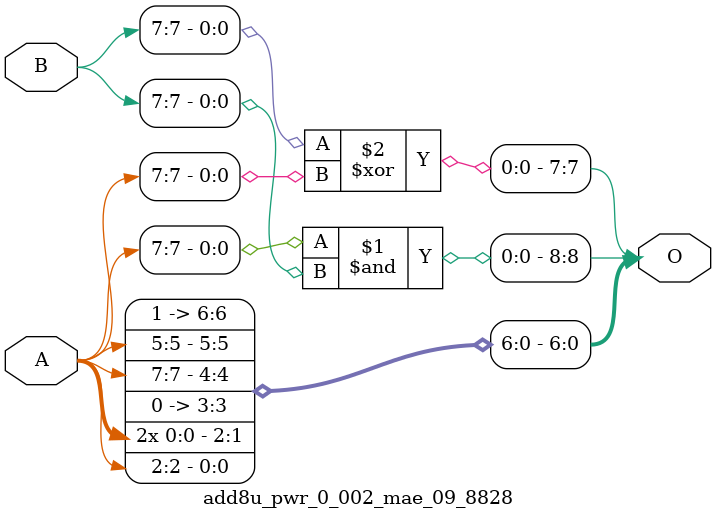
<source format=v>
/***
* This code is a part of EvoApproxLib library (ehw.fit.vutbr.cz/approxlib) distributed under The MIT License.
* When used, please cite the following article(s):  
* This file contains a circuit from a sub-set of pareto optimal circuits with respect to the pwr and mae parameters
***/

// bdd/bw_8/conf_core_1_mae_000052/run.00001.chr
module add8u_pwr_0_002_mae_09_8828(A, B, O);
  input [7:0] A, B;
  output [8:0] O;
  assign O[8] = A[7] & B[7];
  assign O[3] = 1'b0;
  assign O[7] = B[7] ^ A[7];
  assign O[6] = 1'b1;
  assign O[0] = A[2]; // default output
  assign O[1] = A[0]; // default output
  assign O[2] = A[0]; // default output
  assign O[4] = A[7]; // default output
  assign O[5] = A[5]; // default output
endmodule


// internal reference: cgp-add-bdd.08.add8u_pwr_0_002_mae_09_8828


</source>
